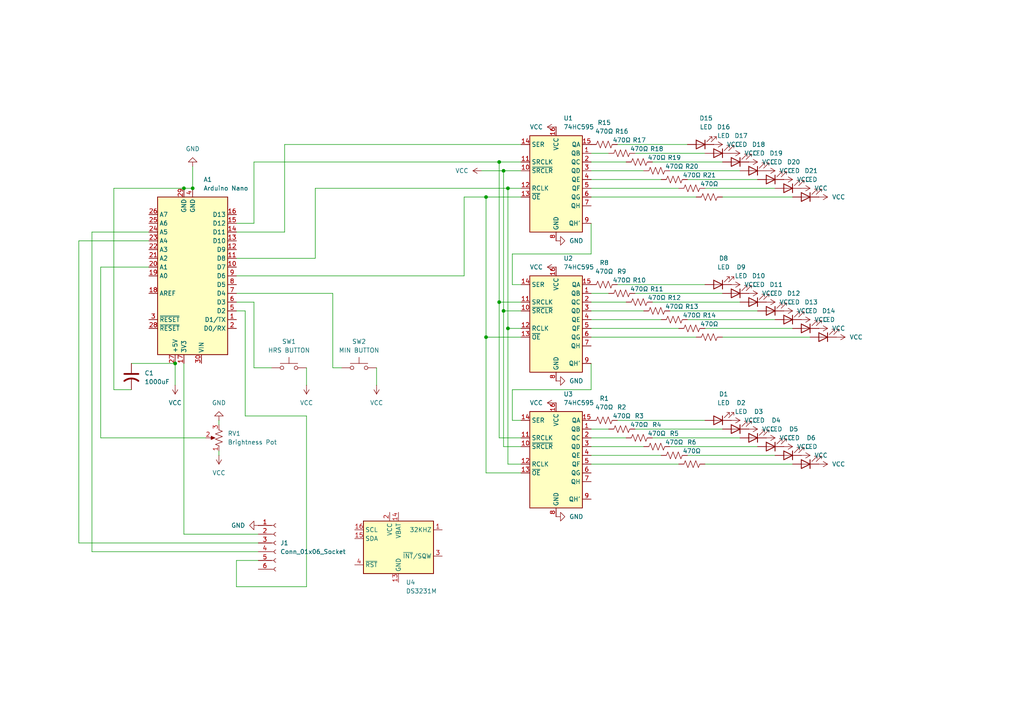
<source format=kicad_sch>
(kicad_sch (version 20250114) (generator "eeschema") (generator_version "9.0")
  (paper "A4")
  (title_block (title "BCD Binary Clock") (date "2025-08-06") (rev "1") (company "Tinker & Timber"))
  (lib_symbols
    (symbol "74xx:74HC595"
      (property "Reference" "U" (at -7.62 13.97 0))
      (property "Value" "74HC595" (at -7.62 -16.51 0))
      (symbol "74HC595_1_0"
        (pin input line (at -10.16 10.16 0) (length 2.54) (name "SER") (number "14"))
        (pin input line (at -10.16 5.08 0) (length 2.54) (name "SRCLK") (number "11"))
        (pin input line (at -10.16 2.54 0) (length 2.54) (name "~{SRCLR}") (number "10"))
        (pin input line (at -10.16 -2.54 0) (length 2.54) (name "RCLK") (number "12"))
        (pin input line (at -10.16 -5.08 0) (length 2.54) (name "~{OE}") (number "13"))
        (pin power_in line (at 0 15.24 270) (length 2.54) (name "VCC") (number "16"))
        (pin power_in line (at 0 -17.78 90) (length 2.54) (name "GND") (number "8"))
        (pin tri_state line (at 10.16 10.16 180) (length 2.54) (name "QA") (number "15"))
        (pin tri_state line (at 10.16 7.62 180) (length 2.54) (name "QB") (number "1"))
        (pin tri_state line (at 10.16 5.08 180) (length 2.54) (name "QC") (number "2"))
        (pin tri_state line (at 10.16 2.54 180) (length 2.54) (name "QD") (number "3"))
        (pin tri_state line (at 10.16 0 180) (length 2.54) (name "QE") (number "4"))
        (pin tri_state line (at 10.16 -2.54 180) (length 2.54) (name "QF") (number "5"))
        (pin tri_state line (at 10.16 -5.08 180) (length 2.54) (name "QG") (number "6"))
        (pin tri_state line (at 10.16 -7.62 180) (length 2.54) (name "QH") (number "7"))
        (pin output line (at 10.16 -12.7 180) (length 2.54) (name "QH'") (number "9"))
      )
      (symbol "74HC595_1_1"
        (rectangle (start -7.62 12.7) (end 7.62 -15.24) (stroke (width 0.254)) (fill (type background)))
      )
    )
    (symbol "Connector:Conn_01x06_Socket" (pin_names (offset 1.016) (hide yes))
      (property "Reference" "J" (at 0 7.62 0))
      (property "Value" "Conn_01x06_Socket" (at 0 -10.16 0))
      (symbol "Conn_01x06_Socket_1_1"
        (polyline (pts (xy -1.27 5.08) (xy -0.508 5.08)) (stroke (width 0.1524)))
        (polyline (pts (xy -1.27 2.54) (xy -0.508 2.54)) (stroke (width 0.1524)))
        (polyline (pts (xy -1.27 0) (xy -0.508 0)) (stroke (width 0.1524)))
        (polyline (pts (xy -1.27 -2.54) (xy -0.508 -2.54)) (stroke (width 0.1524)))
        (polyline (pts (xy -1.27 -5.08) (xy -0.508 -5.08)) (stroke (width 0.1524)))
        (polyline (pts (xy -1.27 -7.62) (xy -0.508 -7.62)) (stroke (width 0.1524)))
        (arc (start 0 4.572) (mid -0.5058 5.08) (end 0 5.588) (stroke (width 0.1524)))
        (arc (start 0 2.032) (mid -0.5058 2.54) (end 0 3.048) (stroke (width 0.1524)))
        (arc (start 0 -0.508) (mid -0.5058 0) (end 0 0.508) (stroke (width 0.1524)))
        (arc (start 0 -3.048) (mid -0.5058 -2.54) (end 0 -2.032) (stroke (width 0.1524)))
        (arc (start 0 -5.588) (mid -0.5058 -5.08) (end 0 -4.572) (stroke (width 0.1524)))
        (arc (start 0 -8.128) (mid -0.5058 -7.62) (end 0 -7.112) (stroke (width 0.1524)))
        (pin passive line (at -5.08 5.08 0) (length 3.81) (name "Pin_1") (number "1"))
        (pin passive line (at -5.08 2.54 0) (length 3.81) (name "Pin_2") (number "2"))
        (pin passive line (at -5.08 0 0) (length 3.81) (name "Pin_3") (number "3"))
        (pin passive line (at -5.08 -2.54 0) (length 3.81) (name "Pin_4") (number "4"))
        (pin passive line (at -5.08 -5.08 0) (length 3.81) (name "Pin_5") (number "5"))
        (pin passive line (at -5.08 -7.62 0) (length 3.81) (name "Pin_6") (number "6"))
      )
    )
    (symbol "Device:C_US" (pin_numbers (hide yes)) (pin_names (offset 0.254) (hide yes))
      (property "Reference" "C" (at 0.635 2.54 0))
      (property "Value" "C_US" (at 0.635 -2.54 0))
      (symbol "C_US_0_1"
        (polyline (pts (xy -2.032 0.762) (xy 2.032 0.762)) (stroke (width 0.508)))
        (arc (start -2.032 -1.27) (mid 0 -0.5572) (end 2.032 -1.27) (stroke (width 0.508)))
      )
      (symbol "C_US_1_1"
        (pin passive line (at 0 3.81 270) (length 2.794) (name "~") (number "1"))
        (pin passive line (at 0 -3.81 90) (length 3.302) (name "~") (number "2"))
      )
    )
    (symbol "Device:LED" (pin_numbers (hide yes)) (pin_names (offset 1.016) (hide yes))
      (property "Reference" "D" (at 0 2.54 0))
      (property "Value" "LED" (at 0 -2.54 0))
      (symbol "LED_0_1"
        (polyline (pts (xy -3.048 -0.762) (xy -4.572 -2.286) (xy -3.81 -2.286) (xy -4.572 -2.286) (xy -4.572 -1.524)))
        (polyline (pts (xy -1.778 -0.762) (xy -3.302 -2.286) (xy -2.54 -2.286) (xy -3.302 -2.286) (xy -3.302 -1.524)))
        (polyline (pts (xy -1.27 0) (xy 1.27 0)))
        (polyline (pts (xy -1.27 -1.27) (xy -1.27 1.27)) (stroke (width 0.254)))
        (polyline (pts (xy 1.27 -1.27) (xy 1.27 1.27) (xy -1.27 0) (xy 1.27 -1.27)) (stroke (width 0.254)))
      )
      (symbol "LED_1_1"
        (pin passive line (at -3.81 0 0) (length 2.54) (name "K") (number "1"))
        (pin passive line (at 3.81 0 180) (length 2.54) (name "A") (number "2"))
      )
    )
    (symbol "Device:R_Potentiometer_US" (pin_names (offset 1.016) (hide yes))
      (property "Reference" "RV" (at -4.445 0 90))
      (property "Value" "R_Potentiometer_US" (at -2.54 0 90))
      (symbol "R_Potentiometer_US_0_1"
        (polyline (pts (xy 0 2.54) (xy 0 2.286)))
        (polyline (pts (xy 0 2.286) (xy 1.016 1.905) (xy 0 1.524) (xy -1.016 1.143) (xy 0 0.762)))
        (polyline (pts (xy 0 0.762) (xy 1.016 0.381) (xy 0 0) (xy -1.016 -0.381) (xy 0 -0.762)))
        (polyline (pts (xy 0 -0.762) (xy 1.016 -1.143) (xy 0 -1.524) (xy -1.016 -1.905) (xy 0 -2.286)))
        (polyline (pts (xy 0 -2.286) (xy 0 -2.54)))
        (polyline (pts (xy 1.143 0) (xy 2.286 0.508) (xy 2.286 -0.508) (xy 1.143 0)) (fill (type outline)))
        (polyline (pts (xy 2.54 0) (xy 1.524 0)))
      )
      (symbol "R_Potentiometer_US_1_1"
        (pin passive line (at 0 3.81 270) (length 1.27) (name "1") (number "1"))
        (pin passive line (at 0 -3.81 90) (length 1.27) (name "3") (number "3"))
        (pin passive line (at 3.81 0 180) (length 1.27) (name "2") (number "2"))
      )
    )
    (symbol "Device:R_US" (pin_numbers (hide yes)) (pin_names (offset 0))
      (property "Reference" "R" (at 2.54 0 90))
      (property "Value" "R_US" (at -2.54 0 90))
      (symbol "R_US_0_1"
        (polyline (pts (xy 0 2.286) (xy 0 2.54)))
        (polyline (pts (xy 0 2.286) (xy 1.016 1.905) (xy 0 1.524) (xy -1.016 1.143) (xy 0 0.762)))
        (polyline (pts (xy 0 0.762) (xy 1.016 0.381) (xy 0 0) (xy -1.016 -0.381) (xy 0 -0.762)))
        (polyline (pts (xy 0 -0.762) (xy 1.016 -1.143) (xy 0 -1.524) (xy -1.016 -1.905) (xy 0 -2.286)))
        (polyline (pts (xy 0 -2.286) (xy 0 -2.54)))
      )
      (symbol "R_US_1_1"
        (pin passive line (at 0 3.81 270) (length 1.27) (name "~") (number "1"))
        (pin passive line (at 0 -3.81 90) (length 1.27) (name "~") (number "2"))
      )
    )
    (symbol "MCU_Module:Arduino_Nano_v3.x"
      (property "Reference" "A" (at -10.16 23.495 0))
      (property "Value" "Arduino_Nano_v3.x" (at 5.08 -24.13 0))
      (symbol "Arduino_Nano_v3.x_0_1"
        (rectangle (start -10.16 22.86) (end 10.16 -22.86) (stroke (width 0.254)) (fill (type background)))
      )
      (symbol "Arduino_Nano_v3.x_1_1"
        (pin bidirectional line (at -12.7 15.24 0) (length 2.54) (name "D0/RX") (number "2"))
        (pin bidirectional line (at -12.7 12.7 0) (length 2.54) (name "D1/TX") (number "1"))
        (pin bidirectional line (at -12.7 10.16 0) (length 2.54) (name "D2") (number "5"))
        (pin bidirectional line (at -12.7 7.62 0) (length 2.54) (name "D3") (number "6"))
        (pin bidirectional line (at -12.7 5.08 0) (length 2.54) (name "D4") (number "7"))
        (pin bidirectional line (at -12.7 2.54 0) (length 2.54) (name "D5") (number "8"))
        (pin bidirectional line (at -12.7 0 0) (length 2.54) (name "D6") (number "9"))
        (pin bidirectional line (at -12.7 -2.54 0) (length 2.54) (name "D7") (number "10"))
        (pin bidirectional line (at -12.7 -5.08 0) (length 2.54) (name "D8") (number "11"))
        (pin bidirectional line (at -12.7 -7.62 0) (length 2.54) (name "D9") (number "12"))
        (pin bidirectional line (at -12.7 -10.16 0) (length 2.54) (name "D10") (number "13"))
        (pin bidirectional line (at -12.7 -12.7 0) (length 2.54) (name "D11") (number "14"))
        (pin bidirectional line (at -12.7 -15.24 0) (length 2.54) (name "D12") (number "15"))
        (pin bidirectional line (at -12.7 -17.78 0) (length 2.54) (name "D13") (number "16"))
        (pin power_in line (at -2.54 25.4 270) (length 2.54) (name "VIN") (number "30"))
        (pin power_in line (at 0 -25.4 90) (length 2.54) (name "GND") (number "4"))
        (pin power_out line (at 2.54 25.4 270) (length 2.54) (name "3V3") (number "17"))
        (pin power_in line (at 2.54 -25.4 90) (length 2.54) (name "GND") (number "29"))
        (pin power_out line (at 5.08 25.4 270) (length 2.54) (name "+5V") (number "27"))
        (pin input line (at 12.7 15.24 180) (length 2.54) (name "~{RESET}") (number "28"))
        (pin input line (at 12.7 12.7 180) (length 2.54) (name "~{RESET}") (number "3"))
        (pin input line (at 12.7 5.08 180) (length 2.54) (name "AREF") (number "18"))
        (pin bidirectional line (at 12.7 0 180) (length 2.54) (name "A0") (number "19"))
        (pin bidirectional line (at 12.7 -2.54 180) (length 2.54) (name "A1") (number "20"))
        (pin bidirectional line (at 12.7 -5.08 180) (length 2.54) (name "A2") (number "21"))
        (pin bidirectional line (at 12.7 -7.62 180) (length 2.54) (name "A3") (number "22"))
        (pin bidirectional line (at 12.7 -10.16 180) (length 2.54) (name "A4") (number "23"))
        (pin bidirectional line (at 12.7 -12.7 180) (length 2.54) (name "A5") (number "24"))
        (pin bidirectional line (at 12.7 -15.24 180) (length 2.54) (name "A6") (number "25"))
        (pin bidirectional line (at 12.7 -17.78 180) (length 2.54) (name "A7") (number "26"))
      )
    )
    (symbol "Switch:SW_Push" (pin_numbers (hide yes)) (pin_names (offset 1.016) (hide yes))
      (property "Reference" "SW" (at 1.27 2.54 0))
      (property "Value" "SW_Push" (at 0 -1.524 0))
      (symbol "SW_Push_0_1"
        (circle (center -2.032 0) (radius 0.508))
        (polyline (pts (xy 0 1.27) (xy 0 3.048)))
        (circle (center 2.032 0) (radius 0.508))
        (polyline (pts (xy 2.54 1.27) (xy -2.54 1.27)))
        (pin passive line (at -5.08 0 0) (length 2.54) (name "1") (number "1"))
        (pin passive line (at 5.08 0 180) (length 2.54) (name "2") (number "2"))
      )
    )
    (symbol "Timer_RTC:DS3231M"
      (property "Reference" "U" (at -7.62 8.89 0))
      (property "Value" "DS3231M" (at 10.16 8.89 0))
      (symbol "DS3231M_0_1"
        (rectangle (start -10.16 7.62) (end 10.16 -7.62) (stroke (width 0.254)) (fill (type background)))
      )
      (symbol "DS3231M_1_1"
        (pin input line (at -12.7 5.08 0) (length 2.54) (name "SCL") (number "16"))
        (pin bidirectional line (at -12.7 2.54 0) (length 2.54) (name "SDA") (number "15"))
        (pin bidirectional line (at -12.7 -5.08 0) (length 2.54) (name "~{RST}") (number "4"))
        (pin power_in line (at -2.54 10.16 270) (length 2.54) (name "VCC") (number "2"))
        (pin power_in line (at 0 10.16 270) (length 2.54) (name "VBAT") (number "14"))
        (pin passive line (at 0 -10.16 90) (length 2.54) (hide yes) (name "GND") (number "10"))
        (pin passive line (at 0 -10.16 90) (length 2.54) (hide yes) (name "GND") (number "11"))
        (pin passive line (at 0 -10.16 90) (length 2.54) (hide yes) (name "GND") (number "12"))
        (pin power_in line (at 0 -10.16 90) (length 2.54) (name "GND") (number "13"))
        (pin passive line (at 0 -10.16 90) (length 2.54) (hide yes) (name "GND") (number "5"))
        (pin passive line (at 0 -10.16 90) (length 2.54) (hide yes) (name "GND") (number "6"))
        (pin passive line (at 0 -10.16 90) (length 2.54) (hide yes) (name "GND") (number "7"))
        (pin passive line (at 0 -10.16 90) (length 2.54) (hide yes) (name "GND") (number "8"))
        (pin passive line (at 0 -10.16 90) (length 2.54) (hide yes) (name "GND") (number "9"))
        (pin open_collector line (at 12.7 5.08 180) (length 2.54) (name "32KHZ") (number "1"))
        (pin open_collector line (at 12.7 -2.54 180) (length 2.54) (name "~{INT}/SQW") (number "3"))
      )
    )
    (symbol "power:GND" (power) (pin_numbers (hide yes)) (pin_names (offset 0) (hide yes))
      (property "Value" "GND" (at 0 -3.81 0))
      (symbol "GND_0_1"
        (polyline (pts (xy 0 0) (xy 0 -1.27) (xy 1.27 -1.27) (xy 0 -2.54) (xy -1.27 -1.27) (xy 0 -1.27)))
      )
      (symbol "GND_1_1"
        (pin power_in line (at 0 0 270) (length 0) (name "~") (number "1"))
      )
    )
    (symbol "power:VCC" (power) (pin_numbers (hide yes)) (pin_names (offset 0) (hide yes))
      (property "Value" "VCC" (at 0 3.556 0))
      (symbol "VCC_0_1"
        (polyline (pts (xy -0.762 1.27) (xy 0 2.54)))
        (polyline (pts (xy 0 2.54) (xy 0.762 1.27)))
        (polyline (pts (xy 0 0) (xy 0 2.54)))
      )
      (symbol "VCC_1_1"
        (pin power_in line (at 0 0 90) (length 0) (name "~") (number "1"))
      )
    )
  )
  (junction (at 140.97 57.15))
  (junction (at 146.05 49.53))
  (junction (at 50.8 105.41))
  (junction (at 147.32 95.25))
  (junction (at 55.88 54.61))
  (junction (at 144.78 87.63))
  (junction (at 140.97 97.79))
  (junction (at 146.05 90.17))
  (junction (at 147.32 54.61))
  (junction (at 144.78 46.99))
  (junction (at 53.34 54.61))
  (wire (pts (xy 68.58 162.56) (xy 74.93 162.56)))
  (wire (pts (xy 144.78 87.63) (xy 144.78 127)))
  (wire (pts (xy 144.78 127) (xy 151.13 127)))
  (wire (pts (xy 171.45 95.25) (xy 196.85 95.25)))
  (wire (pts (xy 82.55 41.91) (xy 151.13 41.91)))
  (wire (pts (xy 171.45 127) (xy 181.61 127)))
  (wire (pts (xy 171.45 105.41) (xy 171.45 113.03)))
  (wire (pts (xy 171.45 97.79) (xy 201.93 97.79)))
  (wire (pts (xy 204.47 54.61) (xy 224.79 54.61)))
  (wire (pts (xy 147.32 134.62) (xy 151.13 134.62)))
  (wire (pts (xy 147.32 134.62) (xy 147.32 95.25)))
  (wire (pts (xy 204.47 121.92) (xy 179.07 121.92)))
  (wire (pts (xy 171.45 46.99) (xy 181.61 46.99)))
  (wire (pts (xy 134.62 57.15) (xy 140.97 57.15)))
  (wire (pts (xy 33.02 54.61) (xy 53.34 54.61)))
  (wire (pts (xy 148.59 113.03) (xy 148.59 121.92)))
  (wire (pts (xy 146.05 129.54) (xy 151.13 129.54)))
  (wire (pts (xy 171.45 52.07) (xy 191.77 52.07)))
  (wire (pts (xy 33.02 113.03) (xy 33.02 54.61)))
  (wire (pts (xy 171.45 73.66) (xy 148.59 73.66)))
  (wire (pts (xy 82.55 67.31) (xy 82.55 41.91)))
  (wire (pts (xy 171.45 129.54) (xy 186.69 129.54)))
  (wire (pts (xy 43.18 77.47) (xy 29.21 77.47)))
  (wire (pts (xy 73.66 46.99) (xy 144.78 46.99)))
  (wire (pts (xy 204.47 134.62) (xy 229.87 134.62)))
  (wire (pts (xy 146.05 49.53) (xy 146.05 90.17)))
  (wire (pts (xy 199.39 132.08) (xy 224.79 132.08)))
  (wire (pts (xy 88.9 170.18) (xy 68.58 170.18)))
  (wire (pts (xy 134.62 80.01) (xy 134.62 57.15)))
  (wire (pts (xy 68.58 87.63) (xy 73.66 87.63)))
  (wire (pts (xy 171.45 132.08) (xy 191.77 132.08)))
  (wire (pts (xy 194.31 90.17) (xy 219.71 90.17)))
  (wire (pts (xy 171.45 85.09) (xy 176.53 85.09)))
  (wire (pts (xy 140.97 137.16) (xy 151.13 137.16)))
  (wire (pts (xy 73.66 64.77) (xy 73.66 46.99)))
  (wire (pts (xy 184.15 44.45) (xy 204.47 44.45)))
  (wire (pts (xy 194.31 129.54) (xy 219.71 129.54)))
  (wire (pts (xy 26.67 67.31) (xy 43.18 67.31)))
  (wire (pts (xy 22.86 69.85) (xy 22.86 157.48)))
  (wire (pts (xy 22.86 157.48) (xy 74.93 157.48)))
  (wire (pts (xy 171.45 87.63) (xy 181.61 87.63)))
  (wire (pts (xy 38.1 113.03) (xy 33.02 113.03)))
  (wire (pts (xy 73.66 64.77) (xy 68.58 64.77)))
  (wire (pts (xy 91.44 74.93) (xy 68.58 74.93)))
  (wire (pts (xy 148.59 82.55) (xy 151.13 82.55)))
  (wire (pts (xy 151.13 54.61) (xy 147.32 54.61)))
  (wire (pts (xy 151.13 49.53) (xy 146.05 49.53)))
  (wire (pts (xy 26.67 160.02) (xy 74.93 160.02)))
  (wire (pts (xy 29.21 127) (xy 59.69 127)))
  (wire (pts (xy 184.15 124.46) (xy 209.55 124.46)))
  (wire (pts (xy 68.58 90.17) (xy 71.12 90.17)))
  (wire (pts (xy 22.86 69.85) (xy 43.18 69.85)))
  (wire (pts (xy 26.67 67.31) (xy 26.67 160.02)))
  (wire (pts (xy 63.5 132.08) (xy 63.5 130.81)))
  (wire (pts (xy 171.45 54.61) (xy 196.85 54.61)))
  (wire (pts (xy 91.44 54.61) (xy 147.32 54.61)))
  (wire (pts (xy 171.45 134.62) (xy 196.85 134.62)))
  (wire (pts (xy 88.9 106.68) (xy 88.9 111.76)))
  (wire (pts (xy 189.23 87.63) (xy 214.63 87.63)))
  (wire (pts (xy 179.07 41.91) (xy 199.39 41.91)))
  (wire (pts (xy 140.97 137.16) (xy 140.97 97.79)))
  (wire (pts (xy 189.23 127) (xy 214.63 127)))
  (wire (pts (xy 194.31 49.53) (xy 214.63 49.53)))
  (wire (pts (xy 29.21 77.47) (xy 29.21 127)))
  (wire (pts (xy 209.55 57.15) (xy 229.87 57.15)))
  (wire (pts (xy 171.45 124.46) (xy 176.53 124.46)))
  (wire (pts (xy 147.32 95.25) (xy 151.13 95.25)))
  (wire (pts (xy 71.12 120.65) (xy 71.12 90.17)))
  (wire (pts (xy 184.15 85.09) (xy 209.55 85.09)))
  (wire (pts (xy 204.47 95.25) (xy 229.87 95.25)))
  (wire (pts (xy 189.23 46.99) (xy 209.55 46.99)))
  (wire (pts (xy 144.78 87.63) (xy 151.13 87.63)))
  (wire (pts (xy 109.22 106.68) (xy 109.22 111.76)))
  (wire (pts (xy 38.1 105.41) (xy 50.8 105.41)))
  (wire (pts (xy 179.07 82.55) (xy 204.47 82.55)))
  (wire (pts (xy 68.58 67.31) (xy 82.55 67.31)))
  (wire (pts (xy 171.45 113.03) (xy 148.59 113.03)))
  (wire (pts (xy 53.34 154.94) (xy 74.93 154.94)))
  (wire (pts (xy 171.45 64.77) (xy 171.45 73.66)))
  (wire (pts (xy 199.39 52.07) (xy 219.71 52.07)))
  (wire (pts (xy 96.52 85.09) (xy 96.52 106.68)))
  (wire (pts (xy 199.39 92.71) (xy 224.79 92.71)))
  (wire (pts (xy 171.45 49.53) (xy 186.69 49.53)))
  (wire (pts (xy 144.78 46.99) (xy 144.78 87.63)))
  (wire (pts (xy 68.58 170.18) (xy 68.58 162.56)))
  (wire (pts (xy 91.44 74.93) (xy 91.44 54.61)))
  (wire (pts (xy 53.34 54.61) (xy 55.88 54.61)))
  (wire (pts (xy 134.62 80.01) (xy 68.58 80.01)))
  (wire (pts (xy 147.32 54.61) (xy 147.32 95.25)))
  (wire (pts (xy 71.12 120.65) (xy 88.9 120.65)))
  (wire (pts (xy 63.5 121.92) (xy 63.5 123.19)))
  (wire (pts (xy 171.45 44.45) (xy 176.53 44.45)))
  (wire (pts (xy 53.34 105.41) (xy 53.34 154.94)))
  (wire (pts (xy 171.45 57.15) (xy 201.93 57.15)))
  (wire (pts (xy 171.45 90.17) (xy 186.69 90.17)))
  (wire (pts (xy 148.59 121.92) (xy 151.13 121.92)))
  (wire (pts (xy 148.59 73.66) (xy 148.59 82.55)))
  (wire (pts (xy 146.05 90.17) (xy 146.05 129.54)))
  (wire (pts (xy 146.05 49.53) (xy 139.7 49.53)))
  (wire (pts (xy 68.58 85.09) (xy 96.52 85.09)))
  (wire (pts (xy 140.97 97.79) (xy 151.13 97.79)))
  (wire (pts (xy 209.55 97.79) (xy 234.95 97.79)))
  (wire (pts (xy 140.97 57.15) (xy 151.13 57.15)))
  (wire (pts (xy 146.05 90.17) (xy 151.13 90.17)))
  (wire (pts (xy 99.06 106.68) (xy 96.52 106.68)))
  (wire (pts (xy 171.45 92.71) (xy 191.77 92.71)))
  (wire (pts (xy 55.88 48.26) (xy 55.88 54.61)))
  (wire (pts (xy 140.97 57.15) (xy 140.97 97.79)))
  (wire (pts (xy 144.78 46.99) (xy 151.13 46.99)))
  (wire (pts (xy 50.8 105.41) (xy 50.8 111.76)))
  (wire (pts (xy 73.66 106.68) (xy 78.74 106.68)))
  (wire (pts (xy 88.9 120.65) (xy 88.9 170.18)))
  (wire (pts (xy 73.66 106.68) (xy 73.66 87.63)))
  (symbol (lib_id "Device:LED") (at 238.76 97.79 180) (unit 1)
    (property "Reference" "D14" (at 240.3475 90.17 0))
    (property "Value" "LED" (at 240.3475 92.71 0))
    (property "Description" "Light emitting diode" (effects (hide yes)))
    (property "Sim.Pins" "1=K 2=A" (effects (hide yes)))
  )
  (symbol (lib_id "Device:R_US") (at 185.42 127 270) (unit 1)
    (property "Reference" "R3" (at 185.42 120.65 90))
    (property "Value" "470Ω" (at 185.42 123.19 90))
    (property "Description" "Resistor, US symbol" (effects (hide yes)))
  )
  (symbol (lib_id "Device:R_Potentiometer_US") (at 63.5 127 180) (unit 1)
    (property "Reference" "RV1" (at 66.04 125.7299 0) (effects (justify right)))
    (property "Value" "Brightness Pot" (at 66.04 128.2699 0) (effects (justify right)))
    (property "Description" "Potentiometer, US symbol" (effects (hide yes)))
  )
  (symbol (lib_id "power:VCC") (at 237.49 57.15 270) (unit 1)
    (property "Reference" "#PWR034" (effects (hide yes)))
    (property "Value" "VCC" (at 241.3 57.1499 90) (effects (justify left)))
    (property "Description" "Power symbol creates a global label with name \"VCC\"" (effects (hide yes)))
  )
  (symbol (lib_id "Device:R_US") (at 185.42 87.63 270) (unit 1)
    (property "Reference" "R10" (at 185.42 81.28 90))
    (property "Value" "470Ω" (at 185.42 83.82 90))
    (property "Description" "Resistor, US symbol" (effects (hide yes)))
  )
  (symbol (lib_id "Device:R_US") (at 175.26 121.92 270) (unit 1)
    (property "Reference" "R1" (at 175.26 115.57 90))
    (property "Value" "470Ω" (at 175.26 118.11 90))
    (property "Description" "Resistor, US symbol" (effects (hide yes)))
  )
  (symbol (lib_id "74xx:74HC595") (at 161.29 92.71 0) (unit 1)
    (property "Reference" "U2" (at 163.4333 74.93 0) (effects (justify left)))
    (property "Value" "74HC595" (at 163.4333 77.47 0) (effects (justify left)))
    (property "Datasheet" "http://www.ti.com/lit/ds/symlink/sn74hc595.pdf" (effects (hide yes)))
    (property "Description" "8-bit serial in/out Shift Register 3-State Outputs" (effects (hide yes)))
  )
  (symbol (lib_id "power:VCC") (at 237.49 134.62 270) (unit 1)
    (property "Reference" "#PWR04" (effects (hide yes)))
    (property "Value" "VCC" (at 241.3 134.6199 90) (effects (justify left)))
    (property "Description" "Power symbol creates a global label with name \"VCC\"" (effects (hide yes)))
  )
  (symbol (lib_id "Device:LED") (at 233.68 134.62 180) (unit 1)
    (property "Reference" "D6" (at 235.2675 127 0))
    (property "Value" "LED" (at 235.2675 129.54 0))
    (property "Description" "Light emitting diode" (effects (hide yes)))
    (property "Sim.Pins" "1=K 2=A" (effects (hide yes)))
  )
  (symbol (lib_id "power:VCC") (at 63.5 132.08 180) (unit 1)
    (property "Reference" "#PWR02" (effects (hide yes)))
    (property "Value" "VCC" (at 63.5 137.16 0))
    (property "Description" "Power symbol creates a global label with name \"VCC\"" (effects (hide yes)))
  )
  (symbol (lib_id "power:GND") (at 55.88 48.26 180) (unit 1)
    (property "Reference" "#PWR023" (effects (hide yes)))
    (property "Value" "GND" (at 55.88 43.18 0))
    (property "Description" "Power symbol creates a global label with name \"GND\" , ground" (effects (hide yes)))
  )
  (symbol (lib_id "power:VCC") (at 222.25 49.53 270) (unit 1)
    (property "Reference" "#PWR019" (effects (hide yes)))
    (property "Value" "VCC" (at 226.06 49.5299 90) (effects (justify left)))
    (property "Description" "Power symbol creates a global label with name \"VCC\"" (effects (hide yes)))
  )
  (symbol (lib_id "Device:R_US") (at 195.58 92.71 270) (unit 1)
    (property "Reference" "R12" (at 195.58 86.36 90))
    (property "Value" "470Ω" (at 195.58 88.9 90))
    (property "Description" "Resistor, US symbol" (effects (hide yes)))
  )
  (symbol (lib_id "power:VCC") (at 161.29 36.83 90) (unit 1)
    (property "Reference" "#PWR028" (effects (hide yes)))
    (property "Value" "VCC" (at 157.48 36.8299 90) (effects (justify left)))
    (property "Description" "Power symbol creates a global label with name \"VCC\"" (effects (hide yes)))
  )
  (symbol (lib_id "Device:LED") (at 213.36 124.46 180) (unit 1)
    (property "Reference" "D2" (at 214.9475 116.84 0))
    (property "Value" "LED" (at 214.9475 119.38 0))
    (property "Description" "Light emitting diode" (effects (hide yes)))
    (property "Sim.Pins" "1=K 2=A" (effects (hide yes)))
  )
  (symbol (lib_id "Device:LED") (at 208.28 82.55 180) (unit 1)
    (property "Reference" "D8" (at 209.8675 74.93 0))
    (property "Value" "LED" (at 209.8675 77.47 0))
    (property "Description" "Light emitting diode" (effects (hide yes)))
    (property "Sim.Pins" "1=K 2=A" (effects (hide yes)))
  )
  (symbol (lib_id "Device:R_US") (at 205.74 57.15 270) (unit 1)
    (property "Reference" "R21" (at 205.74 50.8 90))
    (property "Value" "470Ω" (at 205.74 53.34 90))
    (property "Description" "Resistor, US symbol" (effects (hide yes)))
  )
  (symbol (lib_id "Device:LED") (at 223.52 90.17 180) (unit 1)
    (property "Reference" "D11" (at 225.1075 82.55 0))
    (property "Value" "LED" (at 225.1075 85.09 0))
    (property "Description" "Light emitting diode" (effects (hide yes)))
    (property "Sim.Pins" "1=K 2=A" (effects (hide yes)))
  )
  (symbol (lib_id "Device:R_US") (at 195.58 132.08 270) (unit 1)
    (property "Reference" "R5" (at 195.58 125.73 90))
    (property "Value" "470Ω" (at 195.58 128.27 90))
    (property "Description" "Resistor, US symbol" (effects (hide yes)))
  )
  (symbol (lib_id "power:VCC") (at 232.41 54.61 270) (unit 1)
    (property "Reference" "#PWR017" (effects (hide yes)))
    (property "Value" "VCC" (at 236.22 54.6099 90) (effects (justify left)))
    (property "Description" "Power symbol creates a global label with name \"VCC\"" (effects (hide yes)))
  )
  (symbol (lib_id "Device:LED") (at 208.28 121.92 180) (unit 1)
    (property "Reference" "D1" (at 209.8675 114.3 0))
    (property "Value" "LED" (at 209.8675 116.84 0))
    (property "Description" "Light emitting diode" (effects (hide yes)))
    (property "Sim.Pins" "1=K 2=A" (effects (hide yes)))
  )
  (symbol (lib_id "Switch:SW_Push") (at 104.14 106.68 0) (unit 1)
    (property "Reference" "SW2" (at 104.14 99.06 0))
    (property "Value" "MIN BUTTON" (at 104.14 101.6 0))
    (property "Description" "Push button switch, generic, two pins" (effects (hide yes)))
  )
  (symbol (lib_id "power:GND") (at 161.29 149.86 90) (unit 1)
    (property "Reference" "#PWR033" (effects (hide yes)))
    (property "Value" "GND" (at 165.1 149.8599 90) (effects (justify right)))
    (property "Description" "Power symbol creates a global label with name \"GND\" , ground" (effects (hide yes)))
  )
  (symbol (lib_id "power:VCC") (at 207.01 41.91 270) (unit 1)
    (property "Reference" "#PWR022" (effects (hide yes)))
    (property "Value" "VCC" (at 210.82 41.9099 90) (effects (justify left)))
    (property "Description" "Power symbol creates a global label with name \"VCC\"" (effects (hide yes)))
  )
  (symbol (lib_id "power:VCC") (at 217.17 46.99 270) (unit 1)
    (property "Reference" "#PWR020" (effects (hide yes)))
    (property "Value" "VCC" (at 220.98 46.9899 90) (effects (justify left)))
    (property "Description" "Power symbol creates a global label with name \"VCC\"" (effects (hide yes)))
  )
  (symbol (lib_id "power:VCC") (at 88.9 111.76 180) (unit 1)
    (property "Reference" "#PWR025" (effects (hide yes)))
    (property "Value" "VCC" (at 88.9 116.84 0))
    (property "Description" "Power symbol creates a global label with name \"VCC\"" (effects (hide yes)))
  )
  (symbol (lib_id "Device:R_US") (at 185.42 46.99 270) (unit 1)
    (property "Reference" "R17" (at 185.42 40.64 90))
    (property "Value" "470Ω" (at 185.42 43.18 90))
    (property "Description" "Resistor, US symbol" (effects (hide yes)))
  )
  (symbol (lib_id "Device:LED") (at 233.68 57.15 180) (unit 1)
    (property "Reference" "D21" (at 235.2675 49.53 0))
    (property "Value" "LED" (at 235.2675 52.07 0))
    (property "Description" "Light emitting diode" (effects (hide yes)))
    (property "Sim.Pins" "1=K 2=A" (effects (hide yes)))
  )
  (symbol (lib_id "Device:R_US") (at 190.5 90.17 270) (unit 1)
    (property "Reference" "R11" (at 190.5 83.82 90))
    (property "Value" "470Ω" (at 190.5 86.36 90))
    (property "Description" "Resistor, US symbol" (effects (hide yes)))
  )
  (symbol (lib_id "Device:LED") (at 228.6 54.61 180) (unit 1)
    (property "Reference" "D20" (at 230.1875 46.99 0))
    (property "Value" "LED" (at 230.1875 49.53 0))
    (property "Description" "Light emitting diode" (effects (hide yes)))
    (property "Sim.Pins" "1=K 2=A" (effects (hide yes)))
  )
  (symbol (lib_id "Device:LED") (at 218.44 87.63 180) (unit 1)
    (property "Reference" "D10" (at 220.0275 80.01 0))
    (property "Value" "LED" (at 220.0275 82.55 0))
    (property "Description" "Light emitting diode" (effects (hide yes)))
    (property "Sim.Pins" "1=K 2=A" (effects (hide yes)))
  )
  (symbol (lib_id "Device:R_US") (at 205.74 97.79 270) (unit 1)
    (property "Reference" "R14" (at 205.74 91.44 90))
    (property "Value" "470Ω" (at 205.74 93.98 90))
    (property "Description" "Resistor, US symbol" (effects (hide yes)))
  )
  (symbol (lib_id "power:VCC") (at 227.33 90.17 270) (unit 1)
    (property "Reference" "#PWR013" (effects (hide yes)))
    (property "Value" "VCC" (at 231.14 90.1699 90) (effects (justify left)))
    (property "Description" "Power symbol creates a global label with name \"VCC\"" (effects (hide yes)))
  )
  (symbol (lib_id "Device:R_US") (at 200.66 95.25 270) (unit 1)
    (property "Reference" "R13" (at 200.66 88.9 90))
    (property "Value" "470Ω" (at 200.66 91.44 90))
    (property "Description" "Resistor, US symbol" (effects (hide yes)))
  )
  (symbol (lib_id "Device:LED") (at 228.6 132.08 180) (unit 1)
    (property "Reference" "D5" (at 230.1875 124.46 0))
    (property "Value" "LED" (at 230.1875 127 0))
    (property "Description" "Light emitting diode" (effects (hide yes)))
    (property "Sim.Pins" "1=K 2=A" (effects (hide yes)))
  )
  (symbol (lib_id "power:VCC") (at 217.17 85.09 270) (unit 1)
    (property "Reference" "#PWR015" (effects (hide yes)))
    (property "Value" "VCC" (at 220.98 85.0899 90) (effects (justify left)))
    (property "Description" "Power symbol creates a global label with name \"VCC\"" (effects (hide yes)))
  )
  (symbol (lib_id "power:VCC") (at 227.33 52.07 270) (unit 1)
    (property "Reference" "#PWR018" (effects (hide yes)))
    (property "Value" "VCC" (at 231.14 52.0699 90) (effects (justify left)))
    (property "Description" "Power symbol creates a global label with name \"VCC\"" (effects (hide yes)))
  )
  (symbol (lib_id "Device:LED") (at 208.28 44.45 180) (unit 1)
    (property "Reference" "D16" (at 209.8675 36.83 0))
    (property "Value" "LED" (at 209.8675 39.37 0))
    (property "Description" "Light emitting diode" (effects (hide yes)))
    (property "Sim.Pins" "1=K 2=A" (effects (hide yes)))
  )
  (symbol (lib_id "Device:LED") (at 223.52 129.54 180) (unit 1)
    (property "Reference" "D4" (at 225.1075 121.92 0))
    (property "Value" "LED" (at 225.1075 124.46 0))
    (property "Description" "Light emitting diode" (effects (hide yes)))
    (property "Sim.Pins" "1=K 2=A" (effects (hide yes)))
  )
  (symbol (lib_id "Device:R_US") (at 175.26 82.55 270) (unit 1)
    (property "Reference" "R8" (at 175.26 76.2 90))
    (property "Value" "470Ω" (at 175.26 78.74 90))
    (property "Description" "Resistor, US symbol" (effects (hide yes)))
  )
  (symbol (lib_id "Device:LED") (at 218.44 49.53 180) (unit 1)
    (property "Reference" "D18" (at 220.0275 41.91 0))
    (property "Value" "LED" (at 220.0275 44.45 0))
    (property "Description" "Light emitting diode" (effects (hide yes)))
    (property "Sim.Pins" "1=K 2=A" (effects (hide yes)))
  )
  (symbol (lib_id "power:GND") (at 161.29 110.49 90) (unit 1)
    (property "Reference" "#PWR031" (effects (hide yes)))
    (property "Value" "GND" (at 165.1 110.4899 90) (effects (justify right)))
    (property "Description" "Power symbol creates a global label with name \"GND\" , ground" (effects (hide yes)))
  )
  (symbol (lib_id "power:VCC") (at 237.49 95.25 270) (unit 1)
    (property "Reference" "#PWR011" (effects (hide yes)))
    (property "Value" "VCC" (at 241.3 95.2499 90) (effects (justify left)))
    (property "Description" "Power symbol creates a global label with name \"VCC\"" (effects (hide yes)))
  )
  (symbol (lib_id "power:GND") (at 161.29 69.85 90) (unit 1)
    (property "Reference" "#PWR032" (effects (hide yes)))
    (property "Value" "GND" (at 165.1 69.8499 90) (effects (justify right)))
    (property "Description" "Power symbol creates a global label with name \"GND\" , ground" (effects (hide yes)))
  )
  (symbol (lib_id "Device:R_US") (at 190.5 129.54 270) (unit 1)
    (property "Reference" "R4" (at 190.5 123.19 90))
    (property "Value" "470Ω" (at 190.5 125.73 90))
    (property "Description" "Resistor, US symbol" (effects (hide yes)))
  )
  (symbol (lib_id "Device:R_US") (at 180.34 44.45 270) (unit 1)
    (property "Reference" "R16" (at 180.34 38.1 90))
    (property "Value" "470Ω" (at 180.34 40.64 90))
    (property "Description" "Resistor, US symbol" (effects (hide yes)))
  )
  (symbol (lib_id "Device:R_US") (at 200.66 54.61 270) (unit 1)
    (property "Reference" "R20" (at 200.66 48.26 90))
    (property "Value" "470Ω" (at 200.66 50.8 90))
    (property "Description" "Resistor, US symbol" (effects (hide yes)))
  )
  (symbol (lib_id "74xx:74HC595") (at 161.29 132.08 0) (unit 1)
    (property "Reference" "U3" (at 163.4333 114.3 0) (effects (justify left)))
    (property "Value" "74HC595" (at 163.4333 116.84 0) (effects (justify left)))
    (property "Datasheet" "http://www.ti.com/lit/ds/symlink/sn74hc595.pdf" (effects (hide yes)))
    (property "Description" "8-bit serial in/out Shift Register 3-State Outputs" (effects (hide yes)))
  )
  (symbol (lib_id "power:VCC") (at 222.25 127 270) (unit 1)
    (property "Reference" "#PWR07" (effects (hide yes)))
    (property "Value" "VCC" (at 226.06 126.9999 90) (effects (justify left)))
    (property "Description" "Power symbol creates a global label with name \"VCC\"" (effects (hide yes)))
  )
  (symbol (lib_id "Device:LED") (at 228.6 92.71 180) (unit 1)
    (property "Reference" "D12" (at 230.1875 85.09 0))
    (property "Value" "LED" (at 230.1875 87.63 0))
    (property "Description" "Light emitting diode" (effects (hide yes)))
    (property "Sim.Pins" "1=K 2=A" (effects (hide yes)))
  )
  (symbol (lib_id "Device:LED") (at 233.68 95.25 180) (unit 1)
    (property "Reference" "D13" (at 235.2675 87.63 0))
    (property "Value" "LED" (at 235.2675 90.17 0))
    (property "Description" "Light emitting diode" (effects (hide yes)))
    (property "Sim.Pins" "1=K 2=A" (effects (hide yes)))
  )
  (symbol (lib_id "Device:R_US") (at 180.34 124.46 270) (unit 1)
    (property "Reference" "R2" (at 180.34 118.11 90))
    (property "Value" "470Ω" (at 180.34 120.65 90))
    (property "Description" "Resistor, US symbol" (effects (hide yes)))
  )
  (symbol (lib_id "power:GND") (at 74.93 152.4 270) (unit 1)
    (property "Reference" "#PWR03" (effects (hide yes)))
    (property "Value" "GND" (at 71.12 152.3999 90) (effects (justify right)))
    (property "Description" "Power symbol creates a global label with name \"GND\" , ground" (effects (hide yes)))
  )
  (symbol (lib_id "power:VCC") (at 161.29 116.84 90) (unit 1)
    (property "Reference" "#PWR030" (effects (hide yes)))
    (property "Value" "VCC" (at 157.48 116.8399 90) (effects (justify left)))
    (property "Description" "Power symbol creates a global label with name \"VCC\"" (effects (hide yes)))
  )
  (symbol (lib_id "power:VCC") (at 232.41 132.08 270) (unit 1)
    (property "Reference" "#PWR05" (effects (hide yes)))
    (property "Value" "VCC" (at 236.22 132.0799 90) (effects (justify left)))
    (property "Description" "Power symbol creates a global label with name \"VCC\"" (effects (hide yes)))
  )
  (symbol (lib_id "Device:R_US") (at 195.58 52.07 270) (unit 1)
    (property "Reference" "R19" (at 195.58 45.72 90))
    (property "Value" "470Ω" (at 195.58 48.26 90))
    (property "Description" "Resistor, US symbol" (effects (hide yes)))
  )
  (symbol (lib_id "power:VCC") (at 212.09 44.45 270) (unit 1)
    (property "Reference" "#PWR021" (effects (hide yes)))
    (property "Value" "VCC" (at 215.9 44.4499 90) (effects (justify left)))
    (property "Description" "Power symbol creates a global label with name \"VCC\"" (effects (hide yes)))
  )
  (symbol (lib_id "power:VCC") (at 232.41 92.71 270) (unit 1)
    (property "Reference" "#PWR012" (effects (hide yes)))
    (property "Value" "VCC" (at 236.22 92.7099 90) (effects (justify left)))
    (property "Description" "Power symbol creates a global label with name \"VCC\"" (effects (hide yes)))
  )
  (symbol (lib_id "power:GND") (at 63.5 121.92 180) (unit 1)
    (property "Reference" "#PWR01" (effects (hide yes)))
    (property "Value" "GND" (at 63.5 116.84 0))
    (property "Description" "Power symbol creates a global label with name \"GND\" , ground" (effects (hide yes)))
  )
  (symbol (lib_id "74xx:74HC595") (at 161.29 52.07 0) (unit 1)
    (property "Reference" "U1" (at 163.4333 34.29 0) (effects (justify left)))
    (property "Value" "74HC595" (at 163.4333 36.83 0) (effects (justify left)))
    (property "Datasheet" "http://www.ti.com/lit/ds/symlink/sn74hc595.pdf" (effects (hide yes)))
    (property "Description" "8-bit serial in/out Shift Register 3-State Outputs" (effects (hide yes)))
  )
  (symbol (lib_id "power:VCC") (at 212.09 82.55 270) (unit 1)
    (property "Reference" "#PWR016" (effects (hide yes)))
    (property "Value" "VCC" (at 215.9 82.5499 90) (effects (justify left)))
    (property "Description" "Power symbol creates a global label with name \"VCC\"" (effects (hide yes)))
  )
  (symbol (lib_id "Device:R_US") (at 200.66 134.62 270) (unit 1)
    (property "Reference" "R6" (at 200.66 128.27 90))
    (property "Value" "470Ω" (at 200.66 130.81 90))
    (property "Description" "Resistor, US symbol" (effects (hide yes)))
  )
  (symbol (lib_id "Timer_RTC:DS3231M") (at 115.57 158.75 0) (unit 1)
    (property "Reference" "U4" (at 117.7133 168.91 0) (effects (justify left)))
    (property "Value" "DS3231M" (at 117.7133 171.45 0) (effects (justify left)))
    (property "Footprint" "Package_SO:SOIC-16W_7.5x10.3mm_P1.27mm" (effects (hide yes)))
    (property "Datasheet" "http://datasheets.maximintegrated.com/en/ds/DS3231.pdf" (effects (hide yes)))
    (property "Description" "Extremely Accurate I2C-Integrated RTC/TCXO/Crystal SOIC-16" (effects (hide yes)))
  )
  (symbol (lib_id "power:VCC") (at 139.7 49.53 90) (unit 1)
    (property "Reference" "#PWR027" (effects (hide yes)))
    (property "Value" "VCC" (at 135.89 49.5299 90) (effects (justify left)))
    (property "Description" "Power symbol creates a global label with name \"VCC\"" (effects (hide yes)))
  )
  (symbol (lib_id "Device:R_US") (at 180.34 85.09 270) (unit 1)
    (property "Reference" "R9" (at 180.34 78.74 90))
    (property "Value" "470Ω" (at 180.34 81.28 90))
    (property "Description" "Resistor, US symbol" (effects (hide yes)))
  )
  (symbol (lib_id "MCU_Module:Arduino_Nano_v3.x") (at 55.88 80.01 180) (unit 1)
    (property "Reference" "A1" (at 58.9981 52.07 0) (effects (justify right)))
    (property "Value" "Arduino Nano" (at 58.9981 54.61 0) (effects (justify right)))
    (property "Footprint" "Module:Arduino_Nano" (effects (hide yes)))
    (property "Datasheet" "http://www.mouser.com/pdfdocs/Gravitech_Arduino_Nano3_0.pdf" (effects (hide yes)))
    (property "Description" "Arduino Nano v3.x" (effects (hide yes)))
  )
  (symbol (lib_id "Device:C_US") (at 38.1 109.22 0) (unit 1)
    (property "Reference" "C1" (at 41.91 108.2039 0) (effects (justify left)))
    (property "Value" "1000uF" (at 41.91 110.7439 0) (effects (justify left)))
    (property "Description" "capacitor, US symbol" (effects (hide yes)))
  )
  (symbol (lib_id "Connector:Conn_01x06_Socket") (at 80.01 157.48 0) (unit 1)
    (property "Reference" "J1" (at 81.28 157.4799 0) (effects (justify left)))
    (property "Value" "Conn_01x06_Socket" (at 81.28 160.0199 0) (effects (justify left)))
    (property "Description" "Generic connector, single row, 01x06, script generated" (effects (hide yes)))
  )
  (symbol (lib_id "Device:LED") (at 223.52 52.07 180) (unit 1)
    (property "Reference" "D19" (at 225.1075 44.45 0))
    (property "Value" "LED" (at 225.1075 46.99 0))
    (property "Description" "Light emitting diode" (effects (hide yes)))
    (property "Sim.Pins" "1=K 2=A" (effects (hide yes)))
  )
  (symbol (lib_id "power:VCC") (at 161.29 77.47 90) (unit 1)
    (property "Reference" "#PWR029" (effects (hide yes)))
    (property "Value" "VCC" (at 157.48 77.4699 90) (effects (justify left)))
    (property "Description" "Power symbol creates a global label with name \"VCC\"" (effects (hide yes)))
  )
  (symbol (lib_id "power:VCC") (at 217.17 124.46 270) (unit 1)
    (property "Reference" "#PWR08" (effects (hide yes)))
    (property "Value" "VCC" (at 220.98 124.4599 90) (effects (justify left)))
    (property "Description" "Power symbol creates a global label with name \"VCC\"" (effects (hide yes)))
  )
  (symbol (lib_id "Device:LED") (at 213.36 46.99 180) (unit 1)
    (property "Reference" "D17" (at 214.9475 39.37 0))
    (property "Value" "LED" (at 214.9475 41.91 0))
    (property "Description" "Light emitting diode" (effects (hide yes)))
    (property "Sim.Pins" "1=K 2=A" (effects (hide yes)))
  )
  (symbol (lib_id "power:VCC") (at 242.57 97.79 270) (unit 1)
    (property "Reference" "#PWR010" (effects (hide yes)))
    (property "Value" "VCC" (at 246.38 97.7899 90) (effects (justify left)))
    (property "Description" "Power symbol creates a global label with name \"VCC\"" (effects (hide yes)))
  )
  (symbol (lib_id "Device:R_US") (at 190.5 49.53 270) (unit 1)
    (property "Reference" "R18" (at 190.5 43.18 90))
    (property "Value" "470Ω" (at 190.5 45.72 90))
    (property "Description" "Resistor, US symbol" (effects (hide yes)))
  )
  (symbol (lib_id "Device:LED") (at 213.36 85.09 180) (unit 1)
    (property "Reference" "D9" (at 214.9475 77.47 0))
    (property "Value" "LED" (at 214.9475 80.01 0))
    (property "Description" "Light emitting diode" (effects (hide yes)))
    (property "Sim.Pins" "1=K 2=A" (effects (hide yes)))
  )
  (symbol (lib_id "power:VCC") (at 222.25 87.63 270) (unit 1)
    (property "Reference" "#PWR014" (effects (hide yes)))
    (property "Value" "VCC" (at 226.06 87.6299 90) (effects (justify left)))
    (property "Description" "Power symbol creates a global label with name \"VCC\"" (effects (hide yes)))
  )
  (symbol (lib_id "power:VCC") (at 50.8 111.76 180) (unit 1)
    (property "Reference" "#PWR024" (effects (hide yes)))
    (property "Value" "VCC" (at 50.8 116.84 0))
    (property "Description" "Power symbol creates a global label with name \"VCC\"" (effects (hide yes)))
  )
  (symbol (lib_id "power:VCC") (at 109.22 111.76 180) (unit 1)
    (property "Reference" "#PWR026" (effects (hide yes)))
    (property "Value" "VCC" (at 109.22 116.84 0))
    (property "Description" "Power symbol creates a global label with name \"VCC\"" (effects (hide yes)))
  )
  (symbol (lib_id "Device:LED") (at 203.2 41.91 180) (unit 1)
    (property "Reference" "D15" (at 204.7875 34.29 0))
    (property "Value" "LED" (at 204.7875 36.83 0))
    (property "Description" "Light emitting diode" (effects (hide yes)))
    (property "Sim.Pins" "1=K 2=A" (effects (hide yes)))
  )
  (symbol (lib_id "power:VCC") (at 227.33 129.54 270) (unit 1)
    (property "Reference" "#PWR06" (effects (hide yes)))
    (property "Value" "VCC" (at 231.14 129.5399 90) (effects (justify left)))
    (property "Description" "Power symbol creates a global label with name \"VCC\"" (effects (hide yes)))
  )
  (symbol (lib_id "power:VCC") (at 212.09 121.92 270) (unit 1)
    (property "Reference" "#PWR09" (effects (hide yes)))
    (property "Value" "VCC" (at 215.9 121.9199 90) (effects (justify left)))
    (property "Description" "Power symbol creates a global label with name \"VCC\"" (effects (hide yes)))
  )
  (symbol (lib_id "Switch:SW_Push") (at 83.82 106.68 0) (unit 1)
    (property "Reference" "SW1" (at 83.82 99.06 0))
    (property "Value" "HRS BUTTON" (at 83.82 101.6 0))
    (property "Description" "Push button switch, generic, two pins" (effects (hide yes)))
  )
  (symbol (lib_id "Device:R_US") (at 175.26 41.91 270) (unit 1)
    (property "Reference" "R15" (at 175.26 35.56 90))
    (property "Value" "470Ω" (at 175.26 38.1 90))
    (property "Description" "Resistor, US symbol" (effects (hide yes)))
  )
  (symbol (lib_id "Device:LED") (at 218.44 127 180) (unit 1)
    (property "Reference" "D3" (at 220.0275 119.38 0))
    (property "Value" "LED" (at 220.0275 121.92 0))
    (property "Description" "Light emitting diode" (effects (hide yes)))
    (property "Sim.Pins" "1=K 2=A" (effects (hide yes)))
  )
)
</source>
